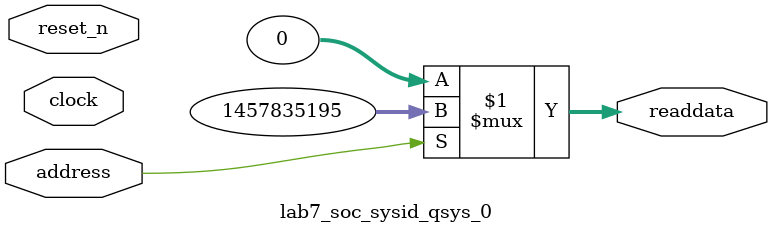
<source format=v>

`timescale 1ns / 1ps
// synthesis translate_on

// turn off superfluous verilog processor warnings 
// altera message_level Level1 
// altera message_off 10034 10035 10036 10037 10230 10240 10030 

module lab7_soc_sysid_qsys_0 (
               // inputs:
                address,
                clock,
                reset_n,

               // outputs:
                readdata
             )
;

  output  [ 31: 0] readdata;
  input            address;
  input            clock;
  input            reset_n;

  wire    [ 31: 0] readdata;
  //control_slave, which is an e_avalon_slave
  assign readdata = address ? 1457835195 : 0;

endmodule




</source>
